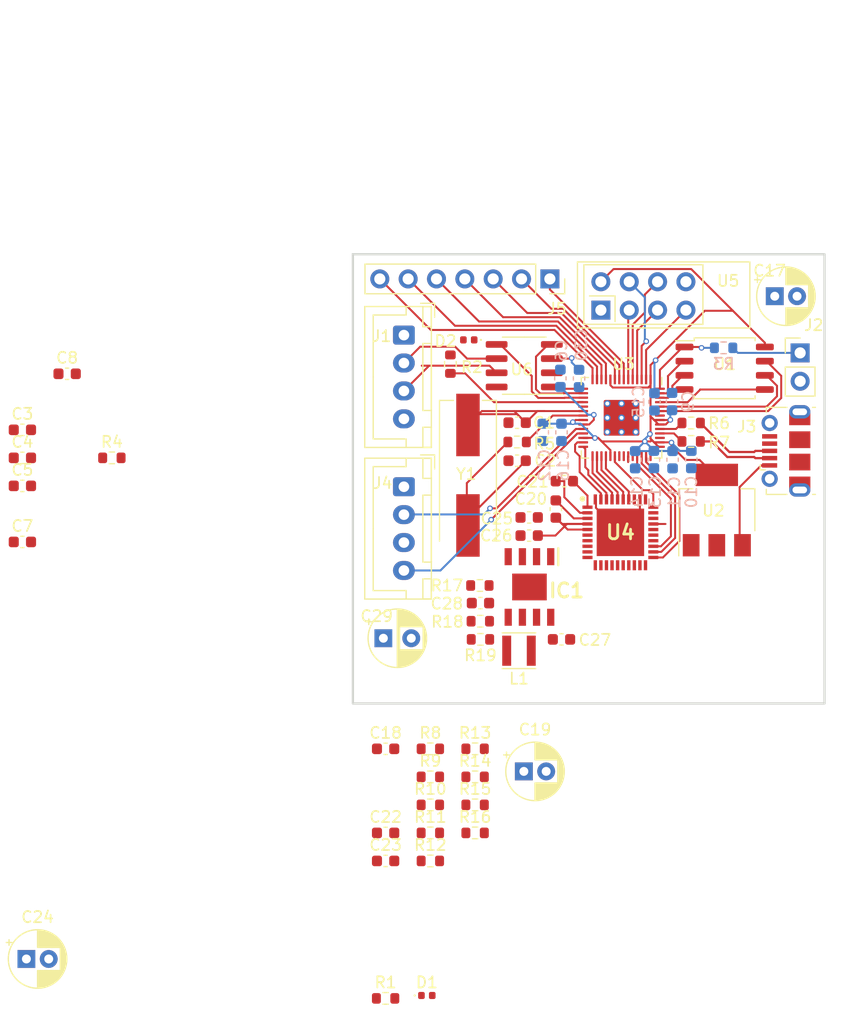
<source format=kicad_pcb>
(kicad_pcb (version 20221018) (generator pcbnew)
  (layers (0 "F.Cu" signal) (31 "B.Cu" signal) (34 "B.Paste" user) (35 "F.Paste" user) (36 "B.SilkS" user "B.Silkscreen") (37 "F.SilkS" user "F.Silkscreen") (38 "B.Mask" user) (39 "F.Mask" user) (44 "Edge.Cuts" user))
  (net 0 "")
  (net 1 "/MCU (RP2040)/XIN")
  (net 2 "GND")
  (net 3 "Net-(C2-Pad1)")
  (net 4 "VBUS")
  (net 5 "+3.3V")
  (net 6 "+1V1")
  (net 7 "PWR_SRC")
  (net 8 "Net-(U4-VCP)")
  (net 9 "Net-(U4-CPL)")
  (net 10 "Net-(U4-CPH)")
  (net 11 "Net-(U4-DVDD)")
  (net 12 "Net-(IC1-BOOT)")
  (net 13 "Net-(IC1-SW)")
  (net 14 "Net-(IC1-FB)")
  (net 15 "Net-(D1-A)")
  (net 16 "Net-(D2-A)")
  (net 17 "Net-(IC1-PG)")
  (net 19 "/CAN/CANL")
  (net 20 "/CAN/CANH")
  (net 21 "/MCU (RP2040)/~{USB_BOOT}")
  (net 22 "/MCU (RP2040)/USB_D-")
  (net 23 "/MCU (RP2040)/USB_D+")
  (net 25 "/MCU (RP2040)/SWCLK")
  (net 26 "/MCU (RP2040)/SWD")
  (net 27 "Net-(J5-Pin_1)")
  (net 28 "Net-(J5-Pin_2)")
  (net 29 "Net-(J5-Pin_3)")
  (net 30 "Net-(J5-Pin_4)")
  (net 31 "Net-(J5-Pin_5)")
  (net 32 "Net-(J5-Pin_6)")
  (net 33 "Net-(J5-Pin_7)")
  (net 34 "/MCU (RP2040)/LED")
  (net 35 "/MCU (RP2040)/QSPI_SS")
  (net 36 "/MCU (RP2040)/XOUT")
  (net 37 "Net-(U3-USB_DP)")
  (net 38 "Net-(U3-USB_DM)")
  (net 39 "Net-(U4-CAL)")
  (net 40 "/MCU (RP2040)/NFAULT")
  (net 41 "/MCU (RP2040)/MODE")
  (net 42 "/MCU (RP2040)/IDRIVE")
  (net 43 "Net-(U4-VDS)")
  (net 44 "Net-(U4-GAIN)")
  (net 45 "/MCU (RP2040)/QSPI_SD1")
  (net 46 "/MCU (RP2040)/QSPI_SD2")
  (net 47 "/MCU (RP2040)/QSPI_SD0")
  (net 48 "/MCU (RP2040)/QSPI_SCLK")
  (net 49 "/MCU (RP2040)/QSPI_SD3")
  (net 50 "/MCU (RP2040)/NRF_MISO")
  (net 51 "/MCU (RP2040)/NRF_CS")
  (net 52 "/MCU (RP2040)/NRF_CLK")
  (net 53 "/MCU (RP2040)/NRF_MOSI")
  (net 54 "/MCU (RP2040)/NRF_CE")
  (net 55 "/MCU (RP2040)/CANTX")
  (net 56 "/MCU (RP2040)/CANRX")
  (net 57 "/MCU (RP2040)/LBK")
  (net 58 "/MCU (RP2040)/OUT_L3")
  (net 59 "/MCU (RP2040)/OUT_H3")
  (net 60 "/MCU (RP2040)/OUT_L2")
  (net 61 "/MCU (RP2040)/OUT_H2")
  (net 62 "/MCU (RP2040)/OUT_L1")
  (net 63 "/MCU (RP2040)/OUT_H1")
  (net 64 "/MCU (RP2040)/ENABLE")
  (net 66 "/MCU (RP2040)/SENS1")
  (net 67 "/MCU (RP2040)/SENS2")
  (net 68 "/MCU (RP2040)/SENS3")
  (net 70 "/Motor Driver (DRV8323)/M_H1")
  (net 71 "/Motor Driver (DRV8323)/SH1")
  (net 72 "/Motor Driver (DRV8323)/M_L1")
  (net 73 "/Motor Driver (DRV8323)/SP1")
  (net 74 "/Motor Driver (DRV8323)/SN1")
  (net 75 "/Motor Driver (DRV8323)/SN2")
  (net 76 "/Motor Driver (DRV8323)/SP2")
  (net 77 "/Motor Driver (DRV8323)/M_L2")
  (net 78 "/Motor Driver (DRV8323)/SH2")
  (net 79 "/Motor Driver (DRV8323)/M_H2")
  (net 80 "/Motor Driver (DRV8323)/M_H3")
  (net 81 "/Motor Driver (DRV8323)/SH3")
  (net 82 "/Motor Driver (DRV8323)/M_L3")
  (net 83 "/Motor Driver (DRV8323)/SP3")
  (net 84 "/Motor Driver (DRV8323)/SN3")
  (footprint "Resistor_SMD:R_0603_1608Metric" (layer "F.Cu") (at 188.3034 60.1472 180)
    (fp_text reference "R7")
    (fp_text value "27")
  )
  (footprint "Resistor_SMD:R_0603_1608Metric" (layer "F.Cu") (at 168.94 87.68)
    (fp_text reference "R13")
    (fp_text value "10k")
  )
  (footprint "Package_SO:SOIC-8_5.23x5.23mm_P1.27mm" (layer "F.Cu") (at 191.306 53.594)
    (fp_text reference "U1")
    (fp_text value "W25Q128JVS")
  )
  (footprint "Capacitor_SMD:C_0603_1608Metric" (layer "F.Cu") (at 160.92 97.72)
    (fp_text reference "C23")
    (fp_text value "0.1u")
  )
  (footprint "Resistor_SMD:R_0603_1608Metric" (layer "F.Cu") (at 168.94 90.19)
    (fp_text reference "R14")
    (fp_text value "75k")
  )
  (footprint "Capacitor_SMD:C_0603_1608Metric" (layer "F.Cu") (at 176.1744 66.2054 -90)
    (fp_text reference "C20")
    (fp_text value "1u")
  )
  (footprint "Connector_PinSocket_2.54mm:PinSocket_1x07_P2.54mm_Vertical" (layer "F.Cu") (at 175.641 45.593 -90)
    (fp_text reference "J5")
    (fp_text value "GPIO")
  )
  (footprint "Capacitor_SMD:C_0603_1608Metric" (layer "F.Cu") (at 128.37 64.13)
    (fp_text reference "C5")
    (fp_text value "10u")
  )
  (footprint "Resistor_SMD:R_0603_1608Metric" (layer "F.Cu") (at 164.93 92.7)
    (fp_text reference "R10")
    (fp_text value "10k")
  )
  (footprint "Connector_PinHeader_2.54mm:PinHeader_1x02_P2.54mm_Vertical" (layer "F.Cu") (at 198.0692 52.2174)
    (fp_text reference "J2")
    (fp_text value "Conn_01x02")
  )
  (footprint "Capacitor_SMD:C_0603_1608Metric" (layer "F.Cu") (at 176.9364 63.7032 180)
    (fp_text reference "C21")
    (fp_text value "47n")
  )
  (footprint "Package_TO_SOT_SMD:SOT-223-3_TabPin2" (layer "F.Cu") (at 190.6016 66.294 90)
    (fp_text reference "U2")
    (fp_text value "NCP1117-3.3_SOT223")
  )
  (footprint "ext_footprint:RP2040-QFN-56" (layer "F.Cu") (at 182.064 58.0305 -90)
    (fp_text reference "U3")
    (fp_text value "RP2040")
  )
  (footprint "Capacitor_SMD:C_0603_1608Metric" (layer "F.Cu") (at 132.38 54.09)
    (fp_text reference "C8")
    (fp_text value "1u")
  )
  (footprint "Capacitor_THT:CP_Radial_D5.0mm_P2.00mm" (layer "F.Cu") (at 128.729775 106.5)
    (fp_text reference "C24")
    (fp_text value "47u")
  )
  (footprint "Capacitor_SMD:C_0603_1608Metric" (layer "F.Cu") (at 173.7868 68.58 180)
    (fp_text reference "C26")
    (fp_text value "220n")
  )
  (footprint "Resistor_SMD:R_0603_1608Metric" (layer "F.Cu") (at 160.92 110.03)
    (fp_text reference "R1")
    (fp_text value "220")
  )
  (footprint "Capacitor_SMD:C_0603_1608Metric" (layer "F.Cu") (at 160.92 87.68)
    (fp_text reference "C18")
    (fp_text value "0.1u")
  )
  (footprint "Resistor_SMD:R_0603_1608Metric" (layer "F.Cu") (at 166.7256 53.2262 -90)
    (fp_text reference "R2")
    (fp_text value "100")
  )
  (footprint "Resistor_SMD:R_0603_1608Metric" (layer "F.Cu") (at 168.94 95.21)
    (fp_text reference "R16")
    (fp_text value "47k")
  )
  (footprint "Resistor_SMD:R_0603_1608Metric" (layer "F.Cu") (at 164.93 97.72)
    (fp_text reference "R12")
    (fp_text value "75k")
  )
  (footprint "ext_footprint:Crystal_SMD_HC49-US" (layer "F.Cu") (at 168.3004 63.174 -90)
    (fp_text reference "Y1")
    (fp_text value "ABLS-12.000MHZ-B4-T")
  )
  (footprint "Capacitor_SMD:C_0603_1608Metric" (layer "F.Cu") (at 169.4188 74.6252 180)
    (fp_text reference "C28")
    (fp_text value "4.3p")
  )
  (footprint "RF_Module:nRF24L01_Breakout" (layer "F.Cu") (at 180.213 48.387 90)
    (fp_text reference "U5")
    (fp_text value "NRF24L01_Breakout")
  )
  (footprint "Capacitor_SMD:C_0603_1608Metric" (layer "F.Cu") (at 172.707 58.4708 180)
    (fp_text reference "C1")
    (fp_text value "27p")
  )
  (footprint "ext_footprint:SOIC127P600X170-9N" (layer "F.Cu") (at 173.8122 73.1832 -90)
    (fp_text reference "IC1")
    (fp_text value "LMR36510FADDAR" hide)
  )
  (footprint "Resistor_SMD:R_0603_1608Metric" (layer "F.Cu") (at 164.93 90.19)
    (fp_text reference "R9")
    (fp_text value "10k")
  )
  (footprint "Resistor_SMD:R_0603_1608Metric" (layer "F.Cu") (at 169.418 77.8764 180)
    (fp_text reference "R19")
    (fp_text value "43.2k")
  )
  (footprint "Capacitor_SMD:C_0603_1608Metric" (layer "F.Cu") (at 128.37 59.11)
    (fp_text reference "C3")
    (fp_text value "10u")
  )
  (footprint "ext_footprint:QFN50P600X600X80-41N-D" (layer "F.Cu") (at 181.962 68.29)
    (fp_text reference "U4")
    (fp_text value "DRV8323HRTAR" hide)
  )
  (footprint "Capacitor_SMD:C_0603_1608Metric" (layer "F.Cu") (at 128.37 61.62)
    (fp_text reference "C4")
    (fp_text value "100n")
  )
  (footprint "Resistor_SMD:R_0603_1608Metric" (layer "F.Cu") (at 164.93 87.68)
    (fp_text reference "R8")
    (fp_text value "10k")
  )
  (footprint "Resistor_SMD:R_0603_1608Metric" (layer "F.Cu") (at 172.707 60.198 180)
    (fp_text reference "R5")
    (fp_text value "1k")
  )
  (footprint "Capacitor_THT:CP_Radial_D5.0mm_P2.00mm" (layer "F.Cu") (at 173.309775 89.7)
    (fp_text reference "C19")
    (fp_text value "47u")
  )
  (footprint "Diode_SMD:D_0402_1005Metric" (layer "F.Cu") (at 168.3742 51.054 180)
    (fp_text reference "D2")
    (fp_text value "LED")
  )
  (footprint "Capacitor_SMD:C_0603_1608Metric" (layer "F.Cu") (at 160.92 95.21)
    (fp_text reference "C22")
    (fp_text value "1u")
  )
  (footprint "Connector_JST:JST_XH_B4B-XH-A_1x04_P2.50mm_Vertical" (layer "F.Cu") (at 162.56 50.626 -90)
    (fp_text reference "J1")
    (fp_text value "CAN")
  )
  (footprint "Resistor_SMD:R_0603_1608Metric" (layer "F.Cu") (at 188.3034 58.4962 180)
    (fp_text reference "R6")
    (fp_text value "27")
  )
  (footprint "Resistor_SMD:R_0603_1608Metric" (layer "F.Cu") (at 136.39 61.62)
    (fp_text reference "R4")
    (fp_text value "DNF")
  )
  (footprint "Resistor_SMD:R_0603_1608Metric" (layer "F.Cu") (at 169.3672 73.0504 180)
    (fp_text reference "R17")
    (fp_text value "100k")
  )
  (footprint "Capacitor_SMD:C_0603_1608Metric" (layer "F.Cu") (at 128.37 69.15)
    (fp_text reference "C7")
    (fp_text value "100n")
  )
  (footprint "Connector_USB:USB_Micro-B_Molex-105017-0001" (layer "F.Cu") (at 196.7992 60.9948 90)
    (fp_text reference "J3")
    (fp_text value "USB_B_Micro")
  )
  (footprint "Diode_SMD:D_0402_1005Metric" (layer "F.Cu") (at 164.615 109.77)
    (fp_text reference "D1")
    (fp_text value "LED")
  )
  (footprint "Connector_JST:JST_XH_B4B-XH-A_1x04_P2.50mm_Vertical" (layer "F.Cu") (at 162.56 64.2058 -90)
    (fp_text reference "J4")
    (fp_text value "Debugger Pins")
  )
  (footprint "Capacitor_SMD:C_0603_1608Metric" (layer "F.Cu") (at 176.6824 77.8764)
    (fp_text reference "C27")
    (fp_text value "100n")
  )
  (footprint "Resistor_SMD:R_0603_1608Metric" (layer "F.Cu") (at 169.4058 76.2508)
    (fp_text reference "R18")
    (fp_text value "100k")
  )
  (footprint "Resistor_SMD:R_0603_1608Metric" (layer "F.Cu") (at 168.94 92.7)
    (fp_text reference "R15")
    (fp_text value "47k")
  )
  (footprint "Inductor_SMD:L_Taiyo-Yuden_NR-30xx" (layer "F.Cu") (at 172.8724 78.8924 180)
    (fp_text reference "L1")
    (fp_text value "22u")
  )
  (footprint "Package_SO:SOIC-8_3.9x4.9mm_P1.27mm" (layer "F.Cu") (at 173.3438 53.3654 180)
    (fp_text reference "U6")
    (fp_text value "SN65HVD233")
  )
  (footprint "Capacitor_SMD:C_0603_1608Metric" (layer "F.Cu") (at 172.707 61.8744 180)
    (fp_text reference "C2")
    (fp_text value "27p")
  )
  (footprint "Capacitor_SMD:C_0603_1608Metric" (layer "F.Cu") (at 173.7868 66.9544 180)
    (fp_text reference "C25")
    (fp_text value "4.7u")
  )
  (footprint "Capacitor_THT:CP_Radial_D5.0mm_P2.50mm" (layer "F.Cu") (at 160.7204 77.7748)
    (fp_text reference "C29")
    (fp_text value "47u")
  )
  (footprint "Resistor_SMD:R_0603_1608Metric" (layer "F.Cu") (at 164.93 95.21)
    (fp_text reference "R11")
    (fp_text value "75k")
  )
  (footprint "Capacitor_THT:CP_Radial_D5.0mm_P2.00mm" (layer "F.Cu") (at 195.793288 47.1424)
    (fp_text reference "C17")
    (fp_text value "10u")
  )
  (footprint "Capacitor_SMD:C_0603_1608Metric" (layer "B.Cu") (at 178.2572 54.5084 -90)
    (fp_text reference "C30")
    (fp_text value "0.1u")
  )
  (footprint "Capacitor_SMD:C_0603_1608Metric" (layer "B.Cu") (at 184.9628 61.7728 -90)
    (fp_text reference "C13")
    (fp_text value "100n")
  )
  (footprint "Capacitor_SMD:C_0603_1608Metric" (layer "B.Cu") (at 186.5884 56.5782 90)
    (fp_text reference "C9")
    (fp_text value "100n")
  )
  (footprint "Capacitor_SMD:C_0603_1608Metric" (layer "B.Cu") (at 183.2864 61.7858 -90)
    (fp_text reference "C14")
    (fp_text value "100n")
  )
  (footprint "Capacitor_SMD:C_0603_1608Metric" (layer "B.Cu") (at 185.0136 56.6042 -90)
    (fp_text reference "C15")
    (fp_text value "100n")
  )
  (footprint "Capacitor_SMD:C_0603_1608Metric" (layer "B.Cu") (at 176.6824 59.3344 -90)
    (fp_text reference "C16")
    (fp_text value "100n")
  )
  (footprint "Capacitor_SMD:C_0603_1608Metric" (layer "B.Cu") (at 188.3156 61.7728 -90)
    (fp_text reference "C10")
    (fp_text value "1u")
  )
  (footprint "Capacitor_SMD:C_0603_1608Metric" (layer "B.Cu") (at 175.006 59.3344 -90)
    (fp_text reference "C12")
    (fp_text value "100n")
  )
  (footprint "Capacitor_SMD:C_0603_1608Metric" (layer "B.Cu") (at 186.6392 61.7858 -90)
    (fp_text reference "C11")
    (fp_text value "100n")
  )
  (footprint "Capacitor_SMD:C_0603_1608Metric" (layer "B.Cu") (at 176.5808 54.4954 90)
    (fp_text reference "C6")
    (fp_text value "100n")
  )
  (footprint "Resistor_SMD:R_0603_1608Metric" (layer "B.Cu") (at 191.2112 51.7652)
    (fp_text reference "R3")
    (fp_text value "1k")
  )
  (gr_rect (start 157.988 43.3832) (end 200.2536 83.6168) (stroke (width 0.2)) (fill none) (layer "Edge.Cuts"))
  (segment (start 173.482 58.4708) (end 172.7181 57.7069) (width 0.1778) (layer "F.Cu") (net 1))
  (segment (start 175.1584 57.4305) (end 178.6265 57.4305) (width 0.1778) (layer "F.Cu") (net 1))
  (segment (start 175.1584 57.4305) (end 169.5439 57.4305) (width 0.1778) (layer "F.Cu") (net 1))
  (segment (start 174.5223 57.4305) (end 175.1584 57.4305) (width 0.1778) (layer "F.Cu") (net 1))
  (segment (start 173.482 58.4708) (end 174.5223 57.4305) (width 0.1778) (layer "F.Cu") (net 1))
  (segment (start 173.482 58.4708) (end 172.4417 57.4305) (width 0.1778) (layer "F.Cu") (net 1))
  (segment (start 169.2675 57.7069) (end 168.3004 58.674) (width 0.1778) (layer "F.Cu") (net 1))
  (segment (start 169.5439 57.4305) (end 168.3004 58.674) (width 0.1778) (layer "F.Cu") (net 1))
  (segment (start 172.7181 57.7069) (end 169.2675 57.7069) (width 0.1778) (layer "F.Cu") (net 1))
  (segment (start 183.712 65.34) (end 183.712 66.54) (width 0.1778) (layer "F.Cu") (net 2))
  (segment (start 182.064 58.0305) (end 181.064 57.0305) (width 0.1778) (layer "F.Cu") (net 2))
  (segment (start 179.7731 66.1011) (end 181.962 68.29) (width 0.1778) (layer "F.Cu") (net 2))
  (segment (start 183.712 66.54) (end 181.962 68.29) (width 0.1778) (layer "F.Cu") (net 2))
  (segment (start 179.712 65.34) (end 179.7731 65.4011) (width 0.1778) (layer "F.Cu") (net 2))
  (segment (start 179.7731 65.4011) (end 179.7731 66.1011) (width 0.1778) (layer "F.Cu") (net 2))
  (segment (start 173.482 61.8744) (end 168.22 67.1364) (width 0.1778) (layer "F.Cu") (net 3))
  (segment (start 168.1988 67.674) (end 168.1988 63.8812) (width 0.1778) (layer "F.Cu") (net 3))
  (segment (start 168.1988 63.8812) (end 171.882 60.198) (width 0.1778) (layer "F.Cu") (net 3))
  (segment (start 194.5894 62.2948) (end 195.0644 62.2948) (width 0.1778) (layer "F.Cu") (net 4))
  (segment (start 194.5894 62.2948) (end 193.6865 63.1977) (width 0.1778) (layer "F.Cu") (net 4))
  (segment (start 192.6476 69.3932) (end 192.6476 64.2366) (width 0.1778) (layer "F.Cu") (net 4))
  (segment (start 192.6476 64.2366) (end 194.5894 62.2948) (width 0.1778) (layer "F.Cu") (net 4))
  (segment (start 184.664 59.909777) (end 184.664 59.5436) (width 0.1778) (layer "F.Cu") (net 5))
  (segment (start 180.282177 60.1472) (end 184.15 60.1472) (width 0.1778) (layer "F.Cu") (net 5))
  (segment (start 189.529026 48.445276) (end 192.041924 48.445276) (width 0.1778) (layer "F.Cu") (net 5))
  (segment (start 189.0587 61.8043) (end 187.7883 61.8043) (width 0.1778) (layer "F.Cu") (net 5))
  (segment (start 177.7492 58.42) (end 177.6984 58.42) (width 0.1778) (layer "F.Cu") (net 5))
  (segment (start 192.041924 48.445276) (end 188.304748 44.7081) (width 0.1778) (layer "F.Cu") (net 5))
  (segment (start 185.5015 58.6305) (end 185.384723 58.6305) (width 0.1778) (layer "F.Cu") (net 5))
  (segment (start 184.664 59.5436) (end 184.6072 59.4868) (width 0.1778) (layer "F.Cu") (net 5))
  (segment (start 184.779712 60.025488) (end 184.658 60.1472) (width 0.1778) (layer "F.Cu") (net 5))
  (segment (start 181.064 60.929023) (end 181.064 61.468) (width 0.1778) (layer "F.Cu") (net 5))
  (segment (start 186.5376 60.5536) (end 186.5376 60.2488) (width 0.1778) (layer "F.Cu") (net 5))
  (segment (start 177.9387 58.2305) (end 177.7492 58.42) (width 0.1778) (layer "F.Cu") (net 5))
  (segment (start 185.5015 58.2305) (end 186.4223 58.2305) (width 0.1778) (layer "F.Cu") (net 5))
  (segment (start 184.664 57.909777) (end 184.664 54.593) (width 0.1778) (layer "F.Cu") (net 5))
  (segment (start 184.984723 60.2305) (end 184.664 59.909777) (width 0.1778) (layer "F.Cu") (net 5))
  (segment (start 194.906 51.309352) (end 192.041924 48.445276) (width 0.1778) (layer "F.Cu") (net 5))
  (segment (start 184.779712 60.025488) (end 184.664 59.909777) (width 0.1778) (layer "F.Cu") (net 5))
  (segment (start 184.984723 58.2305) (end 184.664 57.909777) (width 0.1778) (layer "F.Cu") (net 5))
  (segment (start 181.064 54.593) (end 181.064 55.109777) (width 0.1778) (layer "F.Cu") (net 5))
  (segment (start 186.4223 58.2305) (end 186.436 58.2168) (width 0.1778) (layer "F.Cu") (net 5))
  (segment (start 181.3519 44.7081) (end 180.213 45.847) (width 0.1778) (layer "F.Cu") (net 5))
  (segment (start 185.384723 58.6305) (end 184.664 57.909777) (width 0.1778) (layer "F.Cu") (net 5))
  (segment (start 184.6072 59.4868) (end 184.664 59.43) (width 0.1778) (layer "F.Cu") (net 5))
  (segment (start 185.5015 58.6305) (end 186.0223 58.6305) (width 0.1778) (layer "F.Cu") (net 5))
  (segment (start 194.906 51.689) (end 194.906 51.309352) (width 0.1778) (layer "F.Cu") (net 5))
  (segment (start 177.6984 58.42) (end 177.6984 58.4708) (width 0.1778) (layer "F.Cu") (net 5))
  (segment (start 185.5015 60.2305) (end 184.984723 60.2305) (width 0.1778) (layer "F.Cu") (net 5))
  (segment (start 185.5015 58.2305) (end 184.984723 58.2305) (width 0.1778) (layer "F.Cu") (net 5))
  (segment (start 179.965477 59.8305) (end 181.064 60.929023) (width 0.1778) (layer "F.Cu") (net 5))
  (segment (start 184.15 60.1472) (end 184.2008 60.1472) (width 0.1778) (layer "F.Cu") (net 5))
  (segment (start 184.664 55.112) (end 184.664 54.593) (width 0.1778) (layer "F.Cu") (net 5))
  (segment (start 177.546 52.7304) (end 177.5968 52.7812) (width 0.1778) (layer "F.Cu") (net 5))
  (segment (start 178.6265 58.2305) (end 177.9387 58.2305) (width 0.1778) (layer "F.Cu") (net 5))
  (segment (start 188.304748 44.7081) (end 181.3519 44.7081) (width 0.1778) (layer "F.Cu") (net 5))
  (segment (start 175.8188 52.7304) (end 177.546 52.7304) (width 0.1778) (layer "F.Cu") (net 5))
  (segment (start 187.7883 61.8043) (end 186.5376 60.5536) (width 0.1778) (layer "F.Cu") (net 5))
  (segment (start 184.664 59.43) (end 184.664 57.909777) (width 0.1778) (layer "F.Cu") (net 5))
  (segment (start 186.0223 58.6305) (end 186.436 58.2168) (width 0.1778) (layer "F.Cu") (net 5))
  (segment (start 190.3476 63.0932) (end 189.0587 61.8043) (width 0.1778) (layer "F.Cu") (net 5))
  (segment (start 181.064 55.109777) (end 181.273623 55.3194) (width 0.1778) (layer "F.Cu") (net 5))
  (segment (start 185.5015 60.2305) (end 186.5193 60.2305) (width 0.1778) (layer "F.Cu") (net 5))
  (segment (start 184.4566 55.3194) (end 184.664 55.112) (width 0.1778) (layer "F.Cu") (net 5))
  (segment (start 184.664 53.310302) (end 189.529026 48.445276) (width 0.1778) (layer "F.Cu") (net 5))
  (segment (start 185.5015 60.6305) (end 185.384723 60.6305) (width 0.1778) (layer "F.Cu") (net 5))
  (segment (start 178.6265 59.8305) (end 179.965477 59.8305) (width 0.1778) (layer "F.Cu") (net 5))
  (segment (start 184.658 60.1472) (end 184.15 60.1472) (width 0.1778) (layer "F.Cu") (net 5))
  (segment (start 179.965477 59.8305) (end 180.282177 60.1472) (width 0.1778) (layer "F.Cu") (net 5))
  (segment (start 178.6265 59.8305) (end 179.143277 59.8305) (width 0.1778) (layer "F.Cu") (net 5))
  (segment (start 185.384723 60.6305) (end 184.779712 60.025488) (width 0.1778) (layer "F.Cu") (net 5))
  (segment (start 186.5193 60.2305) (end 186.5376 60.2488) (width 0.1778) (layer "F.Cu") (net 5))
  (segment (start 184.664 54.593) (end 184.664 53.310302) (width 0.1778) (layer "F.Cu") (net 5))
  (segment (start 181.273623 55.3194) (end 184.4566 55.3194) (width 0.1778) (layer "F.Cu") (net 5))
  (via (at 186.436 58.2168) (size 0.5) (drill 0.3) (layers "F.Cu" "B.Cu") (net 5))
  (via (at 179.6796 59.8424) (size 0.5) (drill 0.3) (layers "F.Cu" "B.Cu") (net 5))
  (via (at 177.6984 58.42) (size 0.5) (drill 0.3) (layers "F.Cu" "B.Cu") (net 5))
  (via (at 186.5376 60.2488) (size 0.5) (drill 0.3) (layers "F.Cu" "B.Cu") (net 5))
  (via (at 184.15 60.1472) (size 0.5) (drill 0.3) (layers "F.Cu" "B.Cu") (net 5))
  (via (at 185.1152 52.8828) (size 0.5) (drill 0.3) (layers "F.Cu" "B.Cu") (net 5))
  (via (at 177.5968 52.6796) (size 0.5) (drill 0.3) (layers "F.Cu" "B.Cu") (net 5))
  (via (at 184.6072 59.4868) (size 0.5) (drill 0.3) (layers "F.Cu" "B.Cu") (net 5))
  (segment (start 175.006 58.5594) (end 177.559 58.5594) (width 0.1778) (layer "B.Cu") (net 5))
  (segment (start 186.6392 61.0108) (end 183.2864 61.0108) (width 0.1778) (layer "B.Cu") (net 5))
  (segment (start 184.9628 60.96) (end 184.15 60.1472) (width 0.1778) (layer "B.Cu") (net 5))
  (segment (start 184.9628 60.9978) (end 186.6262 60.9978) (width 0.1778) (layer "B.Cu") (net 5))
  (segment (start 185.0136 52.9844) (end 185.1152 52.8828) (width 0.1778) (layer "B.Cu") (net 5))
  (segment (start 185.0136 55.7654) (end 185.0136 52.9844) (width 0.1778) (layer "B.Cu") (net 5))
  (segment (start 177.559 58.5594) (end 177.6984 58.42) (width 0.1778) (layer "B.Cu") (net 5))
  (segment (start 177.5968 52.6796) (end 177.5968 53.073) (width 0.1778) (layer "B.Cu") (net 5))
  (segment (start 184.9628 60.9978) (end 184.9628 60.96) (width 0.1778) (layer "B.Cu") (net 5))
  (segment (start 177.5968 53.073) (end 178.2572 53.7334) (width 0.1778) (layer "B.Cu") (net 5))
  (segment (start 178.3966 58.5594) (end 179.6796 59.8424) (width 0.1778) (layer "B.Cu") (net 5))
  (segment (start 186.436 58.2168) (end 186.436 57.5056) (width 0.1778) (layer "B.Cu") (net 5))
  (segment (start 186.6392 61.0108) (end 186.6392 60.3504) (width 0.1778) (layer "B.Cu") (net 5))
  (segment (start 187.2866 60.9978) (end 186.5376 60.2488) (width 0.1778) (layer "B.Cu") (net 5))
  (segment (start 188.3156 60.9978) (end 187.2866 60.9978) (width 0.1778) (layer "B.Cu") (net 5))
  (segment (start 186.436 57.5056) (end 186.5884 57.3532) (width 0.1778) (layer "B.Cu") (net 5))
  (segment (start 176.6824 58.5594) (end 178.3966 58.5594) (width 0.1778) (layer "B.Cu") (net 5))
  (segment (start 186.6392 60.3504) (end 186.5376 60.2488) (width 0.1778) (layer "B.Cu") (net 5))
  (segment (start 176.6824 58.5594) (end 177.559 58.5594) (width 0.1778) (layer "B.Cu") (net 5))
  (segment (start 186.6262 60.9978) (end 186.6392 61.0108) (width 0.1778) (layer "B.Cu") (net 5))
  (segment (start 184.15 59.944) (end 184.6072 59.4868) (width 0.1778) (layer "B.Cu") (net 5))
  (segment (start 184.15 60.1472) (end 184.15 59.944) (width 0.1778) (layer "B.Cu") (net 5))
  (segment (start 183.2864 61.0108) (end 184.15 60.1472) (width 0.1778) (layer "B.Cu") (net 5))
  (segment (start 179.165477 58.6305) (end 179.578 58.217977) (width 0.1778) (layer "F.Cu") (net 6))
  (segment (start 179.578 58.217977) (end 179.578 57.7596) (width 0.1778) (layer "F.Cu") (net 6))
  (segment (start 178.6265 58.6305) (end 179.165477 58.6305) (width 0.1778) (layer "F.Cu") (net 6))
  (via (at 179.578 57.7596) (size 0.5) (drill 0.3) (layers "F.Cu" "B.Cu") (net 6))
  (segment (start 176.5808 55.2704) (end 179.07 57.7596) (width 0.1778) (layer "B.Cu") (net 6))
  (segment (start 179.07 57.7596) (end 179.578 57.7596) (width 0.1778) (layer "B.Cu") (net 6))
  (segment (start 179.012 68.04) (end 177.234 68.04) (width 0.1778) (layer "F.Cu") (net 7))
  (segment (start 176.1236 67.0312) (end 176.1744 66.9804) (width 0.1778) (layer "F.Cu") (net 7))
  (segment (start 179.012 67.54) (end 177.1766 67.54) (width 0.1778) (layer "F.Cu") (net 7))
  (segment (start 176.1366 68.58) (end 174.5618 68.58) (width 0.1778) (layer "F.Cu") (net 7))
  (segment (start 176.1744 66.9804) (end 176.734 67.54) (width 0.1778) (layer "F.Cu") (net 7))
  (segment (start 177.1766 67.54) (end 176.1366 68.58) (width 0.1778) (layer "F.Cu") (net 7))
  (segment (start 176.734 67.54) (end 179.012 67.54) (width 0.1778) (layer "F.Cu") (net 7))
  (segment (start 177.234 68.04) (end 176.1744 66.9804) (width 0.1778) (layer "F.Cu") (net 7))
  (segment (start 177.784 67.04) (end 176.1744 65.4304) (width 0.1778) (layer "F.Cu") (net 8))
  (segment (start 179.012 67.04) (end 177.784 67.04) (width 0.1778) (layer "F.Cu") (net 8))
  (segment (start 179.012 66.04) (end 179.012 65.0038) (width 0.1778) (layer "F.Cu") (net 9))
  (segment (start 179.012 65.0038) (end 177.7114 63.7032) (width 0.1778) (layer "F.Cu") (net 9))
  (segment (start 179.012 66.54) (end 178.3342 66.54) (width 0.1778) (layer "F.Cu") (net 10))
  (segment (start 176.9364 65.1422) (end 176.9364 63.7032) (width 0.1778) (layer "F.Cu") (net 10))
  (segment (start 178.3342 66.54) (end 176.9364 65.1422) (width 0.1778) (layer "F.Cu") (net 10))
  (segment (start 176.9364 63.7032) (end 176.1614 63.7032) (width 0.1778) (layer "F.Cu") (net 10))
  (segment (start 164.0224 51.6636) (end 162.56 53.126) (width 0.1778) (layer "F.Cu") (net 19))
  (segment (start 168.221209 52.7304) (end 167.154409 51.6636) (width 0.1778) (layer "F.Cu") (net 19))
  (segment (start 167.154409 51.6636) (end 164.0224 51.6636) (width 0.1778) (layer "F.Cu") (net 19))
  (segment (start 170.8688 52.7304) (end 168.221209 52.7304) (width 0.1778) (layer "F.Cu") (net 19))
  (segment (start 170.2307 53.3623) (end 164.1603 53.3623) (width 0.1778) (layer "F.Cu") (net 20))
  (segment (start 170.8688 54.0004) (end 170.2307 53.3623) (width 0.1778) (layer "F.Cu") (net 20))
  (segment (start 164.8037 53.3823) (end 162.56 55.626) (width 0.1778) (layer "F.Cu") (net 20))
  (segment (start 192.4884 52.2174) (end 198.0692 52.2174) (width 0.1778) (layer "B.Cu") (net 21))
  (segment (start 192.0362 51.7652) (end 192.4884 52.2174) (width 0.1778) (layer "B.Cu") (net 21))
  (segment (start 190.143003 60.1472) (end 191.540603 61.5448) (width 0.2) (layer "F.Cu") (net 22))
  (segment (start 189.1284 60.1472) (end 190.143003 60.1472) (width 0.2) (layer "F.Cu") (net 22))
  (segment (start 191.540603 61.5448) (end 193.951899 61.5448) (width 0.2) (layer "F.Cu") (net 22))
  (segment (start 194.051899 61.6448) (end 195.0644 61.6448) (width 0.2) (layer "F.Cu") (net 22))
  (segment (start 193.951899 61.5448) (end 194.051899 61.6448) (width 0.2) (layer "F.Cu") (net 22))
  (segment (start 191.727 61.0948) (end 193.951899 61.0948) (width 0.2) (layer "F.Cu") (net 23))
  (segment (start 193.951899 61.0948) (end 194.051899 60.9948) (width 0.2) (layer "F.Cu") (net 23))
  (segment (start 194.051899 60.9948) (end 195.0644 60.9948) (width 0.2) (layer "F.Cu") (net 23))
  (segment (start 189.1284 58.4962) (end 191.727 61.0948) (width 0.2) (layer "F.Cu") (net 23))
  (segment (start 177.975433 59.0305) (end 170.864333 66.1416) (width 0.1778) (layer "F.Cu") (net 25))
  (segment (start 170.864333 66.1416) (end 170.2816 66.1416) (width 0.1778) (layer "F.Cu") (net 25))
  (segment (start 178.6265 59.0305) (end 177.975433 59.0305) (width 0.1778) (layer "F.Cu") (net 25))
  (segment (start 177.975433 59.0305) (end 176.2179 60.788033) (width 0.1778) (layer "F.Cu") (net 25))
  (via (at 170.2816 66.1416) (size 0.5) (drill 0.3) (layers "F.Cu" "B.Cu") (net 25))
  (segment (start 169.7374 66.6858) (end 161.9166 66.6858) (width 0.1778) (layer "B.Cu") (net 25))
  (segment (start 170.2816 66.1416) (end 169.7374 66.6858) (width 0.1778) (layer "B.Cu") (net 25))
  (segment (start 170.3832 67.1576) (end 170.382623 67.1576) (width 0.1778) (layer "F.Cu") (net 26))
  (segment (start 178.109723 59.4305) (end 176.5957 60.944523) (width 0.1778) (layer "F.Cu") (net 26))
  (segment (start 178.109723 59.4305) (end 170.3832 67.157023) (width 0.1778) (layer "F.Cu") (net 26))
  (segment (start 170.382623 67.1576) (end 170.3832 67.157023) (width 0.1778) (layer "F.Cu") (net 26))
  (segment (start 178.6265 59.4305) (end 178.109723 59.4305) (width 0.1778) (layer "F.Cu") (net 26))
  (segment (start 170.3832 67.157023) (end 170.3832 67.1576) (width 0.1778) (layer "F.Cu") (net 26))
  (via (at 170.3832 67.1576) (size 0.5) (drill 0.3) (layers "F.Cu" "B.Cu") (net 26))
  (segment (start 165.835 71.7058) (end 162.56 71.7058) (width 0.1778) (layer "B.Cu") (net 26))
  (segment (start 170.3832 67.1576) (end 165.835 71.7058) (width 0.1778) (layer "B.Cu") (net 26))
  (segment (start 175.641 46.54046) (end 175.641 45.593) (width 0.1778) (layer "F.Cu") (net 27))
  (segment (start 182.264 53.16346) (end 175.641 46.54046) (width 0.1778) (layer "F.Cu") (net 27))
  (segment (start 182.264 54.593) (end 182.264 53.16346) (width 0.1778) (layer "F.Cu") (net 27))
  (segment (start 181.864 54.593) (end 181.864 53.29775) (width 0.1778) (layer "F.Cu") (net 28))
  (segment (start 175.7744 48.2664) (end 173.101 45.593) (width 0.1778) (layer "F.Cu") (net 28))
  (segment (start 181.864 53.29775) (end 176.83265 48.2664) (width 0.1778) (layer "F.Cu") (net 28))
  (segment (start 176.83265 48.2664) (end 175.7744 48.2664) (width 0.1778) (layer "F.Cu") (net 28))
  (segment (start 176.67616 48.6442) (end 181.464 53.43204) (width 0.1778) (layer "F.Cu") (net 29))
  (segment (start 181.464 53.43204) (end 181.464 54.593) (width 0.1778) (layer "F.Cu") (net 29))
  (segment (start 173.6122 48.6442) (end 176.67616 48.6442) (width 0.1778) (layer "F.Cu") (net 29))
  (segment (start 170.561 45.593) (end 173.6122 48.6442) (width 0.1778) (layer "F.Cu") (net 29))
  (segment (start 171.45 49.022) (end 168.021 45.593) (width 0.1778) (layer "F.Cu") (net 30))
  (segment (start 176.51967 49.022) (end 171.45 49.022) (width 0.1778) (layer "F.Cu") (net 30))
  (segment (start 180.664 54.593) (end 180.664 53.16633) (width 0.1778) (layer "F.Cu") (net 30))
  (segment (start 180.664 53.16633) (end 176.51967 49.022) (width 0.1778) (layer "F.Cu") (net 30))
  (segment (start 180.264 53.30062) (end 176.36638 49.403) (width 0.1778) (layer "F.Cu") (net 31))
  (segment (start 169.291 49.403) (end 165.481 45.593) (width 0.1778) (layer "F.Cu") (net 31))
  (segment (start 176.36638 49.403) (end 169.291 49.403) (width 0.1778) (layer "F.Cu") (net 31))
  (segment (start 180.264 54.593) (end 180.264 53.30062) (width 0.1778) (layer "F.Cu") (net 31))
  (segment (start 167.1352 49.7872) (end 176.21629 49.7872) (width 0.1778) (layer "F.Cu") (net 32))
  (segment (start 176.21629 49.7872) (end 179.864 53.43491) (width 0.1778) (layer "F.Cu") (net 32))
  (segment (start 162.941 45.593) (end 167.1352 49.7872) (width 0.1778) (layer "F.Cu") (net 32))
  (segment (start 179.864 53.43491) (end 179.864 54.593) (width 0.1778) (layer "F.Cu") (net 32))
  (segment (start 164.973 50.165) (end 176.0598 50.165) (width 0.1778) (layer "F.Cu") (net 33))
  (segment (start 160.401 45.593) (end 164.973 50.165) (width 0.1778) (layer "F.Cu") (net 33))
  (segment (start 176.0598 50.165) (end 179.464 53.5692) (width 0.1778) (layer "F.Cu") (net 33))
  (segment (start 179.464 53.5692) (end 179.464 54.593) (width 0.1778) (layer "F.Cu") (net 33))
  (segment (start 168.053902 54.0512) (end 166.7256 54.0512) (width 0.1778) (layer "F.Cu") (net 34))
  (segment (start 178.6265 56.6305) (end 178.109723 56.6305) (width 0.1778) (layer "F.Cu") (net 34))
  (segment (start 178.6265 56.6305) (end 170.633202 56.6305) (width 0.1778) (layer "F.Cu") (net 34))
  (segment (start 170.633202 56.6305) (end 168.053902 54.0512) (width 0.1778) (layer "F.Cu") (net 34))
  (segment (start 189.1538 51.689) (end 189.23 51.7652) (width 0.1778) (layer "F.Cu") (net 35))
  (segment (start 187.555302 51.689) (end 187.706 51.689) (width 0.1778) (layer "F.Cu") (net 35))
  (segment (start 185.5015 55.4305) (end 185.5015 53.742802) (width 0.1778) (layer "F.Cu") (net 35))
  (segment (start 185.5015 53.742802) (end 187.555302 51.689) (width 0.1778) (layer "F.Cu") (net 35))
  (segment (start 187.706 51.689) (end 189.1538 51.689) (width 0.1778) (layer "F.Cu") (net 35))
  (via (at 189.23 51.7652) (size 0.5) (drill 0.3) (layers "F.Cu" "B.Cu") (net 35))
  (segment (start 190.3862 51.7652) (end 189.2808 51.7652) (width 0.1778) (layer "B.Cu") (net 35))
  (segment (start 189.23 51.7652) (end 189.23 51.7144) (width 0.1778) (layer "B.Cu") (net 35))
  (segment (start 189.23 51.7144) (end 189.23 51.7144) (width 0.1778) (layer "B.Cu") (net 35))
  (segment (start 189.2808 51.7652) (end 189.23 51.7652) (width 0.1778) (layer "B.Cu") (net 35))
  (segment (start 189.2808 51.7652) (end 189.2808 51.7652) (width 0.1778) (layer "B.Cu") (net 35))
  (segment (start 175.8995 57.8305) (end 173.532 60.198) (width 0.1778) (layer "F.Cu") (net 36))
  (segment (start 178.6265 57.8305) (end 175.8995 57.8305) (width 0.1778) (layer "F.Cu") (net 36))
  (segment (start 187.4784 58.4962) (end 186.9441 59.0305) (width 0.1778) (layer "F.Cu") (net 37))
  (segment (start 186.9441 59.0305) (end 185.5015 59.0305) (width 0.1778) (layer "F.Cu") (net 37))
  (segment (start 186.7617 59.4305) (end 185.5015 59.4305) (width 0.1778) (layer "F.Cu") (net 38))
  (segment (start 187.4784 60.1472) (end 186.7617 59.4305) (width 0.1778) (layer "F.Cu") (net 38))
  (segment (start 182.6529 61.995877) (end 182.6529 61.468) (width 0.1778) (layer "F.Cu") (net 40))
  (segment (start 182.6529 61.468) (end 182.664 61.468) (width 0.1778) (layer "F.Cu") (net 40))
  (segment (start 184.912 67.54) (end 186.0028 67.54) (width 0.1778) (layer "F.Cu") (net 42))
  (segment (start 186.2279 54.286402) (end 186.2279 55.7071) (width 0.1778) (layer "F.Cu") (net 45))
  (segment (start 186.0934 55.8416) (end 185.5126 55.8416) (width 0.1778) (layer "F.Cu") (net 45))
  (segment (start 186.2279 55.7071) (end 186.0934 55.8416) (width 0.1778) (layer "F.Cu") (net 45))
  (segment (start 185.5126 55.8416) (end 185.5015 55.8305) (width 0.1778) (layer "F.Cu") (net 45))
  (segment (start 187.555302 52.959) (end 186.2279 54.286402) (width 0.1778) (layer "F.Cu") (net 45))
  (segment (start 187.706 52.959) (end 187.555302 52.959) (width 0.1778) (layer "F.Cu") (net 45))
  (segment (start 187.706 54.229) (end 187.555302 54.229) (width 0.1778) (layer "F.Cu") (net 46))
  (segment (start 186.6171 55.167202) (end 186.6171 55.85219) (width 0.1778) (layer "F.Cu") (net 46))
  (segment (start 185.5126 56.2416) (end 185.5015 56.2305) (width 0.1778) (layer "F.Cu") (net 46))
  (segment (start 186.22769 56.2416) (end 185.5126 56.2416) (width 0.1778) (layer "F.Cu") (net 46))
  (segment (start 187.555302 54.229) (end 186.6171 55.167202) (width 0.1778) (layer "F.Cu") (net 46))
  (segment (start 186.6171 55.85219) (end 186.22769 56.2416) (width 0.1778) (layer "F.Cu") (net 46))
  (segment (start 189.103 55.522698) (end 189.103 55.499) (width 0.1778) (layer "F.Cu") (net 47))
  (segment (start 187.995198 56.6305) (end 189.103 55.522698) (width 0.1778) (layer "F.Cu") (net 47))
  (segment (start 185.5015 56.6305) (end 187.995198 56.6305) (width 0.1778) (layer "F.Cu") (net 47))
  (segment (start 189.103 55.499) (end 194.906 55.499) (width 0.1778) (layer "F.Cu") (net 47))
  (segment (start 195.056698 54.229) (end 195.9949 55.167202) (width 0.1778) (layer "F.Cu") (net 48))
  (segment (start 195.0645 57.0305) (end 185.5015 57.0305) (width 0.1778) (layer "F.Cu") (net 48))
  (segment (start 195.9949 56.1001) (end 195.0645 57.0305) (width 0.1778) (layer "F.Cu") (net 48))
  (segment (start 194.906 54.229) (end 195.056698 54.229) (width 0.1778) (layer "F.Cu") (net 48))
  (segment (start 195.9949 55.167202) (end 195.9949 56.1001) (width 0.1778) (layer "F.Cu") (net 48))
  (segment (start 194.755302 54.229) (end 194.906 54.229) (width 0.1778) (layer "F.Cu") (net 48))
  (segment (start 195.056698 52.959) (end 194.906 52.959) (width 0.1778) (layer "F.Cu") (net 49))
  (segment (start 185.5015 57.4305) (end 195.19879 57.4305) (width 0.1778) (layer "F.Cu") (net 49))
  (segment (start 195.19879 57.4305) (end 196.3727 56.25659) (width 0.1778) (layer "F.Cu") (net 49))
  (segment (start 196.3727 56.25659) (end 196.3727 54.275002) (width 0.1778) (layer "F.Cu") (net 49))
  (segment (start 195.58 52.959) (end 194.906 52.959) (width 0.1778) (layer "F.Cu") (net 49))
  (segment (start 196.3727 54.275002) (end 195.056698 52.959) (width 0.1778) (layer "F.Cu") (net 49))
  (segment (start 184.264 54.593) (end 184.264 51.956) (width 0.1778) (layer "F.Cu") (net 50))
  (segment (start 184.264 51.956) (end 187.833 48.387) (width 0.1778) (layer "F.Cu") (net 50))
  (segment (start 183.864 54.593) (end 183.864 51.594) (width 0.1778) (layer "F.Cu") (net 51))
  (segment (start 183.864 51.594) (end 184.277 51.181) (width 0.1778) (layer "F.Cu") (net 51))
  (via (at 184.277 51.181) (size 0.5) (drill 0.3) (layers "F.Cu" "B.Cu") (net 51))
  (segment (start 182.753 45.847) (end 184.1541 47.2481) (width 0.1778) (layer "B.Cu") (net 51))
  (segment (start 184.1541 47.2481) (end 184.1541 51.0581) (width 0.1778) (layer "B.Cu") (net 51))
  (segment (start 184.1541 51.0581) (end 184.277 51.181) (width 0.1778) (layer "B.Cu") (net 51))
  (segment (start 185.293 48.387) (end 183.464 50.216) (width 0.1778) (layer "F.Cu") (net 52))
  (segment (start 183.464 50.216) (end 183.464 54.593) (width 0.1778) (layer "F.Cu") (net 52))
  (segment (start 184.1541 48.596548) (end 184.1541 46.9859) (width 0.1778) (layer "F.Cu") (net 53))
  (segment (start 183.064 54.593) (end 183.064 49.686648) (width 0.1778) (layer "F.Cu") (net 53))
  (segment (start 184.1541 46.9859) (end 185.293 45.847) (width 0.1778) (layer "F.Cu") (net 53))
  (segment (start 183.064 49.686648) (end 184.1541 48.596548) (width 0.1778) (layer "F.Cu") (net 53))
  (segment (start 182.664 48.476) (end 182.664 54.593) (width 0.1778) (layer "F.Cu") (net 54))
  (segment (start 182.753 48.387) (end 182.664 48.476) (width 0.1778) (layer "F.Cu") (net 54))
  (segment (start 175.9789 55.4305) (end 175.8188 55.2704) (width 0.1778) (layer "F.Cu") (net 55))
  (segment (start 178.6265 55.4305) (end 175.9789 55.4305) (width 0.1778) (layer "F.Cu") (net 55))
  (segment (start 176.825598 55.8593) (end 174.7821 55.8593) (width 0.1778) (layer "F.Cu") (net 56))
  (segment (start 175.493102 51.4604) (end 174.3964 52.557102) (width 0.1778) (layer "F.Cu") (net 56))
  (segment (start 175.8188 51.4604) (end 175.493102 51.4604) (width 0.1778) (layer "F.Cu") (net 56))
  (segment (start 178.6265 55.8305) (end 176.854398 55.8305) (width 0.1778) (layer "F.Cu") (net 56))
  (segment (start 174.7821 55.8593) (end 174.3964 55.4736) (width 0.1778) (layer "F.Cu") (net 56))
  (segment (start 176.854398 55.8305) (end 176.825598 55.8593) (width 0.1778) (layer "F.Cu") (net 56))
  (segment (start 174.3964 52.557102) (end 174.3964 55.4736) (width 0.1778) (layer "F.Cu") (net 56))
  (segment (start 171.194498 51.4604) (end 174.0186 54.284502) (width 0.1778) (layer "F.Cu") (net 57))
  (segment (start 174.0186 55.6717) (end 174.5996 56.2527) (width 0.1778) (layer "F.Cu") (net 57))
  (segment (start 176.966488 56.2527) (end 176.988688 56.2305) (width 0.1778) (layer "F.Cu") (net 57))
  (segment (start 176.988688 56.2305) (end 178.6265 56.2305) (width 0.1778) (layer "F.Cu") (net 57))
  (segment (start 174.5996 56.2527) (end 176.966488 56.2527) (width 0.1778) (layer "F.Cu") (net 57))
  (segment (start 170.8688 51.4604) (end 171.194498 51.4604) (width 0.1778) (layer "F.Cu") (net 57))
  (segment (start 174.0186 54.284502) (end 174.0186 55.6717) (width 0.1778) (layer "F.Cu") (net 57))
  (segment (start 178.109723 60.2305) (end 178.6265 60.2305) (width 0.1778) (layer "F.Cu") (net 58))
  (segment (start 180.212 65.34) (end 180.212 64.79936) (width 0.1778) (layer "F.Cu") (net 58))
  (segment (start 178.308 61.468) (end 177.9001 61.0601) (width 0.1778) (layer "F.Cu") (net 58))
  (segment (start 180.212 64.79936) (end 178.308 62.89536) (width 0.1778) (layer "F.Cu") (net 58))
  (segment (start 177.9001 61.0601) (end 177.9001 60.440123) (width 0.1778) (layer "F.Cu") (net 58))
  (segment (start 178.308 62.89536) (end 178.308 61.468) (width 0.1778) (layer "F.Cu") (net 58))
  (segment (start 177.9001 60.440123) (end 178.109723 60.2305) (width 0.1778) (layer "F.Cu") (net 58))
  (segment (start 179.0862 63.13927) (end 179.0862 62.7218) (width 0.1778) (layer "F.Cu") (net 59))
  (segment (start 180.712 65.34) (end 180.712 64.76507) (width 0.1778) (layer "F.Cu") (net 59))
  (segment (start 179.0862 62.7218) (end 178.816 62.4516) (width 0.1778) (layer "F.Cu") (net 59))
  (segment (start 178.816 62.4516) (end 178.816 60.82) (width 0.1778) (layer "F.Cu") (net 59))
  (segment (start 180.712 64.76507) (end 179.0862 63.13927) (width 0.1778) (layer "F.Cu") (net 59))
  (segment (start 178.816 60.82) (end 178.6265 60.6305) (width 0.1778) (layer "F.Cu") (net 59))
  (segment (start 181.212 64.73078) (end 179.464 62.98278) (width 0.1778) (layer "F.Cu") (net 60))
  (segment (start 179.464 62.98278) (end 179.464 61.468) (width 0.1778) (layer "F.Cu") (net 60))
  (segment (start 181.212 65.34) (end 181.212 64.73078) (width 0.1778) (layer "F.Cu") (net 60))
  (segment (start 179.864 61.468) (end 179.864 62.84849) (width 0.1778) (layer "F.Cu") (net 61))
  (segment (start 179.864 62.84849) (end 181.712 64.69649) (width 0.1778) (layer "F.Cu") (net 61))
  (segment (start 181.712 64.69649) (end 181.712 65.34) (width 0.1778) (layer "F.Cu") (net 61))
  (segment (start 182.212 64.6622) (end 182.212 65.34) (width 0.1778) (layer "F.Cu") (net 62))
  (segment (start 180.264 61.468) (end 180.264 62.7142) (width 0.1778) (layer "F.Cu") (net 62))
  (segment (start 180.264 62.7142) (end 182.212 64.6622) (width 0.1778) (layer "F.Cu") (net 62))
  (segment (start 182.712 64.62791) (end 182.712 65.34) (width 0.1778) (layer "F.Cu") (net 63))
  (segment (start 180.664 62.57991) (end 182.712 64.62791) (width 0.1778) (layer "F.Cu") (net 63))
  (segment (start 180.664 61.468) (end 180.664 62.57991) (width 0.1778) (layer "F.Cu") (net 63))
  (segment (start 184.5658 64.516) (end 184.912 64.8622) (width 0.1778) (layer "F.Cu") (net 64))
  (segment (start 181.464 61.984777) (end 183.995223 64.516) (width 0.1778) (layer "F.Cu") (net 64))
  (segment (start 183.995223 64.516) (end 184.5658 64.516) (width 0.1778) (layer "F.Cu") (net 64))
  (segment (start 184.912 64.8622) (end 184.912 66.04) (width 0.1778) (layer "F.Cu") (net 64))
  (segment (start 181.464 61.468) (end 181.464 61.984777) (width 0.1778) (layer "F.Cu") (net 64))
  (segment (start 185.5898 69.54) (end 186.487722 68.642078) (width 0.1778) (layer "F.Cu") (net 66))
  (segment (start 186.487722 68.642078) (end 186.487722 65.277078) (width 0.1778) (layer "F.Cu") (net 66))
  (segment (start 183.464 62.253356) (end 183.464 61.468) (width 0.1778) (layer "F.Cu") (net 66))
  (segment (start 186.487722 65.277078) (end 183.464 62.253356) (width 0.1778) (layer "F.Cu") (net 66))
  (segment (start 184.912 69.54) (end 185.5898 69.54) (width 0.1778) (layer "F.Cu") (net 66))
  (segment (start 186.865522 65.120588) (end 186.865522 68.798568) (width 0.1778) (layer "F.Cu") (net 67))
  (segment (start 183.864 62.119067) (end 186.865522 65.120588) (width 0.1778) (layer "F.Cu") (net 67))
  (segment (start 183.864 61.468) (end 183.864 62.119067) (width 0.1778) (layer "F.Cu") (net 67))
  (segment (start 186.865522 68.798568) (end 185.62409 70.04) (width 0.1778) (layer "F.Cu") (net 67))
  (segment (start 185.62409 70.04) (end 184.912 70.04) (width 0.1778) (layer "F.Cu") (net 67))
  (segment (start 184.912 70.54) (end 185.77229 70.54) (width 0.1778) (layer "F.Cu") (net 68))
  (segment (start 187.243322 69.068968) (end 187.243322 64.9641) (width 0.1778) (layer "F.Cu") (net 68))
  (segment (start 187.243322 64.9641) (end 184.264 61.984777) (width 0.1778) (layer "F.Cu") (net 68))
  (segment (start 185.77229 70.54) (end 187.243322 69.068968) (width 0.1778) (layer "F.Cu") (net 68))
  (segment (start 184.264 61.984777) (end 184.264 61.468) (width 0.1778) (layer "F.Cu") (net 68))
)
</source>
